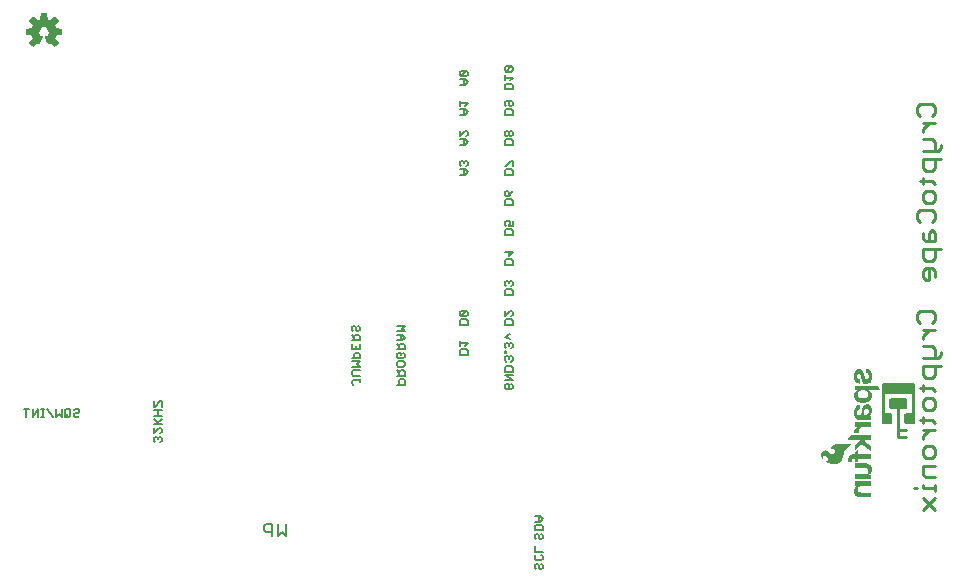
<source format=gbr>
G04 EAGLE Gerber RS-274X export*
G75*
%MOMM*%
%FSLAX34Y34*%
%LPD*%
%INSilkscreen Bottom*%
%IPPOS*%
%AMOC8*
5,1,8,0,0,1.08239X$1,22.5*%
G01*
%ADD10C,0.127000*%
%ADD11C,0.203200*%
%ADD12C,0.254000*%
%ADD13C,0.279400*%

G36*
X812410Y182388D02*
X812410Y182388D01*
X812529Y182395D01*
X812567Y182408D01*
X812608Y182413D01*
X812718Y182456D01*
X812831Y182493D01*
X812866Y182515D01*
X812903Y182530D01*
X812999Y182600D01*
X813100Y182663D01*
X813128Y182693D01*
X813161Y182716D01*
X813237Y182808D01*
X813318Y182895D01*
X813338Y182930D01*
X813363Y182961D01*
X813414Y183069D01*
X813472Y183173D01*
X813482Y183213D01*
X813499Y183249D01*
X813521Y183366D01*
X813551Y183481D01*
X813555Y183542D01*
X813559Y183562D01*
X813557Y183582D01*
X813561Y183642D01*
X813561Y189992D01*
X813546Y190110D01*
X813539Y190229D01*
X813526Y190267D01*
X813521Y190308D01*
X813478Y190418D01*
X813441Y190531D01*
X813419Y190566D01*
X813404Y190603D01*
X813335Y190699D01*
X813271Y190800D01*
X813241Y190828D01*
X813218Y190861D01*
X813126Y190937D01*
X813039Y191018D01*
X813004Y191038D01*
X812973Y191063D01*
X812865Y191114D01*
X812761Y191172D01*
X812721Y191182D01*
X812685Y191199D01*
X812568Y191221D01*
X812453Y191251D01*
X812393Y191255D01*
X812373Y191259D01*
X812352Y191257D01*
X812292Y191261D01*
X807211Y191261D01*
X807211Y207773D01*
X830073Y207773D01*
X830073Y191261D01*
X824992Y191261D01*
X824874Y191246D01*
X824755Y191239D01*
X824717Y191226D01*
X824676Y191221D01*
X824566Y191178D01*
X824453Y191141D01*
X824418Y191119D01*
X824381Y191104D01*
X824285Y191035D01*
X824184Y190971D01*
X824156Y190941D01*
X824123Y190918D01*
X824048Y190826D01*
X823966Y190739D01*
X823946Y190704D01*
X823921Y190673D01*
X823870Y190565D01*
X823812Y190461D01*
X823802Y190421D01*
X823785Y190385D01*
X823763Y190268D01*
X823733Y190153D01*
X823729Y190093D01*
X823725Y190073D01*
X823726Y190070D01*
X823725Y190069D01*
X823726Y190050D01*
X823723Y189992D01*
X823723Y183642D01*
X823738Y183524D01*
X823745Y183405D01*
X823758Y183367D01*
X823763Y183326D01*
X823806Y183216D01*
X823843Y183103D01*
X823865Y183068D01*
X823880Y183031D01*
X823950Y182935D01*
X824013Y182834D01*
X824043Y182806D01*
X824066Y182773D01*
X824158Y182698D01*
X824245Y182616D01*
X824280Y182596D01*
X824311Y182571D01*
X824419Y182520D01*
X824523Y182462D01*
X824563Y182452D01*
X824599Y182435D01*
X824716Y182413D01*
X824831Y182383D01*
X824892Y182379D01*
X824912Y182375D01*
X824932Y182377D01*
X824992Y182373D01*
X831342Y182373D01*
X831460Y182388D01*
X831579Y182395D01*
X831617Y182408D01*
X831658Y182413D01*
X831768Y182456D01*
X831881Y182493D01*
X831916Y182515D01*
X831953Y182530D01*
X832049Y182600D01*
X832150Y182663D01*
X832178Y182693D01*
X832211Y182716D01*
X832287Y182808D01*
X832368Y182895D01*
X832388Y182930D01*
X832413Y182961D01*
X832464Y183069D01*
X832522Y183173D01*
X832532Y183213D01*
X832549Y183249D01*
X832571Y183366D01*
X832601Y183481D01*
X832605Y183542D01*
X832609Y183562D01*
X832607Y183582D01*
X832611Y183642D01*
X832611Y215392D01*
X832596Y215510D01*
X832589Y215629D01*
X832576Y215667D01*
X832571Y215708D01*
X832528Y215818D01*
X832491Y215931D01*
X832469Y215966D01*
X832454Y216003D01*
X832385Y216099D01*
X832321Y216200D01*
X832291Y216228D01*
X832268Y216261D01*
X832176Y216337D01*
X832089Y216418D01*
X832054Y216438D01*
X832023Y216463D01*
X831915Y216514D01*
X831811Y216572D01*
X831771Y216582D01*
X831735Y216599D01*
X831618Y216621D01*
X831503Y216651D01*
X831443Y216655D01*
X831423Y216659D01*
X831402Y216657D01*
X831342Y216661D01*
X805942Y216661D01*
X805824Y216646D01*
X805705Y216639D01*
X805667Y216626D01*
X805626Y216621D01*
X805516Y216578D01*
X805403Y216541D01*
X805368Y216519D01*
X805331Y216504D01*
X805235Y216435D01*
X805134Y216371D01*
X805106Y216341D01*
X805073Y216318D01*
X804998Y216226D01*
X804916Y216139D01*
X804896Y216104D01*
X804871Y216073D01*
X804820Y215965D01*
X804762Y215861D01*
X804752Y215821D01*
X804735Y215785D01*
X804713Y215668D01*
X804703Y215629D01*
X804683Y215553D01*
X804679Y215492D01*
X804675Y215473D01*
X804676Y215470D01*
X804675Y215469D01*
X804676Y215450D01*
X804673Y215392D01*
X804673Y183642D01*
X804688Y183524D01*
X804695Y183405D01*
X804708Y183367D01*
X804713Y183326D01*
X804756Y183216D01*
X804793Y183103D01*
X804815Y183068D01*
X804830Y183031D01*
X804900Y182935D01*
X804963Y182834D01*
X804993Y182806D01*
X805016Y182773D01*
X805108Y182698D01*
X805195Y182616D01*
X805230Y182596D01*
X805261Y182571D01*
X805369Y182520D01*
X805473Y182462D01*
X805513Y182452D01*
X805549Y182435D01*
X805666Y182413D01*
X805781Y182383D01*
X805842Y182379D01*
X805862Y182375D01*
X805882Y182377D01*
X805942Y182373D01*
X812292Y182373D01*
X812410Y182388D01*
G37*
G36*
X104570Y501796D02*
X104570Y501796D01*
X104678Y501806D01*
X104691Y501812D01*
X104705Y501814D01*
X104802Y501862D01*
X104901Y501907D01*
X104914Y501918D01*
X104923Y501922D01*
X104938Y501938D01*
X105015Y502000D01*
X107600Y504585D01*
X107663Y504674D01*
X107729Y504759D01*
X107734Y504772D01*
X107742Y504784D01*
X107773Y504887D01*
X107809Y504990D01*
X107809Y505004D01*
X107813Y505017D01*
X107809Y505125D01*
X107810Y505234D01*
X107805Y505247D01*
X107805Y505261D01*
X107767Y505363D01*
X107732Y505465D01*
X107723Y505480D01*
X107719Y505489D01*
X107705Y505506D01*
X107651Y505588D01*
X104887Y508978D01*
X105444Y510060D01*
X105450Y510080D01*
X105492Y510175D01*
X105863Y511334D01*
X110214Y511777D01*
X110318Y511805D01*
X110424Y511830D01*
X110436Y511837D01*
X110449Y511840D01*
X110539Y511901D01*
X110632Y511958D01*
X110640Y511969D01*
X110652Y511977D01*
X110718Y512063D01*
X110787Y512147D01*
X110791Y512160D01*
X110800Y512171D01*
X110834Y512274D01*
X110873Y512375D01*
X110874Y512393D01*
X110878Y512402D01*
X110878Y512424D01*
X110887Y512522D01*
X110887Y516178D01*
X110870Y516285D01*
X110856Y516393D01*
X110850Y516405D01*
X110848Y516419D01*
X110796Y516515D01*
X110749Y516612D01*
X110739Y516622D01*
X110733Y516634D01*
X110653Y516708D01*
X110577Y516785D01*
X110565Y516791D01*
X110555Y516801D01*
X110456Y516846D01*
X110359Y516894D01*
X110341Y516898D01*
X110332Y516902D01*
X110311Y516904D01*
X110214Y516923D01*
X105863Y517366D01*
X105492Y518525D01*
X105483Y518543D01*
X105481Y518550D01*
X105477Y518557D01*
X105444Y518640D01*
X104887Y519722D01*
X107651Y523112D01*
X107705Y523206D01*
X107762Y523298D01*
X107765Y523311D01*
X107772Y523323D01*
X107793Y523430D01*
X107818Y523535D01*
X107816Y523549D01*
X107819Y523563D01*
X107804Y523670D01*
X107794Y523778D01*
X107788Y523791D01*
X107786Y523805D01*
X107738Y523902D01*
X107693Y524001D01*
X107682Y524014D01*
X107678Y524023D01*
X107662Y524038D01*
X107600Y524115D01*
X105015Y526700D01*
X104926Y526763D01*
X104841Y526829D01*
X104828Y526834D01*
X104816Y526842D01*
X104713Y526873D01*
X104610Y526909D01*
X104596Y526909D01*
X104583Y526913D01*
X104475Y526909D01*
X104366Y526910D01*
X104353Y526905D01*
X104339Y526905D01*
X104237Y526867D01*
X104135Y526832D01*
X104120Y526823D01*
X104111Y526819D01*
X104094Y526805D01*
X104012Y526751D01*
X100622Y523987D01*
X99540Y524544D01*
X99520Y524550D01*
X99425Y524592D01*
X98266Y524963D01*
X97823Y529314D01*
X97795Y529418D01*
X97770Y529524D01*
X97763Y529536D01*
X97760Y529549D01*
X97699Y529639D01*
X97642Y529732D01*
X97631Y529740D01*
X97623Y529752D01*
X97537Y529818D01*
X97453Y529887D01*
X97440Y529891D01*
X97429Y529900D01*
X97326Y529934D01*
X97225Y529973D01*
X97207Y529974D01*
X97198Y529978D01*
X97176Y529978D01*
X97078Y529987D01*
X93422Y529987D01*
X93315Y529970D01*
X93207Y529956D01*
X93195Y529950D01*
X93181Y529948D01*
X93085Y529896D01*
X92988Y529849D01*
X92978Y529839D01*
X92966Y529833D01*
X92892Y529753D01*
X92815Y529677D01*
X92809Y529665D01*
X92799Y529655D01*
X92754Y529556D01*
X92706Y529459D01*
X92702Y529441D01*
X92698Y529432D01*
X92696Y529411D01*
X92677Y529314D01*
X92234Y524963D01*
X91075Y524592D01*
X91057Y524582D01*
X90960Y524544D01*
X89878Y523987D01*
X86488Y526751D01*
X86394Y526805D01*
X86302Y526862D01*
X86289Y526865D01*
X86277Y526872D01*
X86170Y526893D01*
X86065Y526918D01*
X86051Y526916D01*
X86037Y526919D01*
X85930Y526904D01*
X85822Y526894D01*
X85809Y526888D01*
X85796Y526886D01*
X85698Y526838D01*
X85599Y526793D01*
X85586Y526782D01*
X85577Y526778D01*
X85562Y526762D01*
X85485Y526700D01*
X82900Y524115D01*
X82837Y524026D01*
X82771Y523941D01*
X82766Y523928D01*
X82758Y523916D01*
X82727Y523813D01*
X82691Y523710D01*
X82691Y523696D01*
X82687Y523683D01*
X82691Y523575D01*
X82690Y523466D01*
X82695Y523453D01*
X82695Y523439D01*
X82733Y523337D01*
X82768Y523235D01*
X82777Y523220D01*
X82781Y523211D01*
X82795Y523194D01*
X82849Y523112D01*
X85613Y519722D01*
X85056Y518640D01*
X85050Y518620D01*
X85008Y518525D01*
X84637Y517366D01*
X80286Y516923D01*
X80182Y516895D01*
X80076Y516870D01*
X80064Y516863D01*
X80051Y516860D01*
X79961Y516799D01*
X79868Y516742D01*
X79860Y516731D01*
X79848Y516723D01*
X79782Y516637D01*
X79714Y516553D01*
X79709Y516540D01*
X79700Y516529D01*
X79666Y516426D01*
X79627Y516325D01*
X79626Y516307D01*
X79622Y516298D01*
X79623Y516276D01*
X79613Y516178D01*
X79613Y512522D01*
X79630Y512415D01*
X79644Y512307D01*
X79650Y512295D01*
X79652Y512281D01*
X79704Y512185D01*
X79751Y512088D01*
X79761Y512078D01*
X79767Y512066D01*
X79847Y511992D01*
X79923Y511915D01*
X79935Y511909D01*
X79946Y511899D01*
X80044Y511854D01*
X80141Y511806D01*
X80159Y511802D01*
X80168Y511798D01*
X80189Y511796D01*
X80286Y511777D01*
X84637Y511334D01*
X85008Y510175D01*
X85018Y510157D01*
X85056Y510060D01*
X85613Y508978D01*
X82849Y505588D01*
X82795Y505494D01*
X82738Y505402D01*
X82735Y505389D01*
X82728Y505377D01*
X82707Y505270D01*
X82682Y505165D01*
X82684Y505151D01*
X82681Y505137D01*
X82696Y505030D01*
X82706Y504922D01*
X82712Y504909D01*
X82714Y504896D01*
X82762Y504798D01*
X82807Y504699D01*
X82818Y504686D01*
X82822Y504677D01*
X82838Y504662D01*
X82900Y504585D01*
X85485Y502000D01*
X85574Y501937D01*
X85659Y501871D01*
X85672Y501866D01*
X85684Y501858D01*
X85787Y501827D01*
X85890Y501791D01*
X85904Y501791D01*
X85917Y501787D01*
X86025Y501791D01*
X86134Y501790D01*
X86147Y501795D01*
X86161Y501795D01*
X86263Y501833D01*
X86365Y501868D01*
X86380Y501877D01*
X86389Y501881D01*
X86406Y501895D01*
X86488Y501949D01*
X89878Y504713D01*
X90960Y504156D01*
X91013Y504139D01*
X91062Y504113D01*
X91128Y504102D01*
X91192Y504081D01*
X91248Y504082D01*
X91302Y504073D01*
X91369Y504084D01*
X91436Y504085D01*
X91488Y504103D01*
X91543Y504112D01*
X91603Y504144D01*
X91666Y504167D01*
X91709Y504201D01*
X91759Y504227D01*
X91805Y504276D01*
X91857Y504318D01*
X91888Y504365D01*
X91926Y504405D01*
X91982Y504510D01*
X91990Y504523D01*
X91991Y504528D01*
X91995Y504535D01*
X94148Y509732D01*
X94168Y509815D01*
X94173Y509828D01*
X94175Y509844D01*
X94200Y509929D01*
X94199Y509950D01*
X94204Y509970D01*
X94196Y510052D01*
X94197Y510071D01*
X94193Y510091D01*
X94189Y510172D01*
X94182Y510192D01*
X94180Y510213D01*
X94148Y510282D01*
X94142Y510309D01*
X94127Y510333D01*
X94101Y510400D01*
X94088Y510416D01*
X94079Y510435D01*
X94034Y510484D01*
X94014Y510516D01*
X93983Y510541D01*
X93945Y510587D01*
X93922Y510603D01*
X93912Y510613D01*
X93891Y510625D01*
X93826Y510670D01*
X93825Y510671D01*
X93824Y510672D01*
X92925Y511178D01*
X92238Y511822D01*
X91723Y512610D01*
X91411Y513498D01*
X91319Y514435D01*
X91452Y515367D01*
X91803Y516241D01*
X92352Y517006D01*
X93066Y517619D01*
X93906Y518044D01*
X94823Y518258D01*
X95764Y518248D01*
X96676Y518014D01*
X97506Y517571D01*
X98207Y516942D01*
X98739Y516165D01*
X99070Y515284D01*
X99183Y514349D01*
X99075Y513432D01*
X98755Y512564D01*
X98241Y511795D01*
X97562Y511168D01*
X96678Y510673D01*
X96636Y510640D01*
X96594Y510617D01*
X96563Y510584D01*
X96515Y510549D01*
X96503Y510533D01*
X96487Y510520D01*
X96452Y510465D01*
X96427Y510439D01*
X96414Y510409D01*
X96372Y510351D01*
X96366Y510332D01*
X96356Y510315D01*
X96337Y510240D01*
X96327Y510217D01*
X96324Y510193D01*
X96301Y510118D01*
X96302Y510098D01*
X96297Y510078D01*
X96304Y509992D01*
X96303Y509974D01*
X96306Y509958D01*
X96309Y509874D01*
X96317Y509849D01*
X96318Y509835D01*
X96328Y509813D01*
X96352Y509732D01*
X97281Y507489D01*
X97281Y507488D01*
X98212Y505241D01*
X98213Y505241D01*
X98505Y504535D01*
X98534Y504488D01*
X98555Y504436D01*
X98598Y504385D01*
X98634Y504328D01*
X98677Y504293D01*
X98713Y504250D01*
X98770Y504216D01*
X98822Y504173D01*
X98874Y504154D01*
X98922Y504125D01*
X98988Y504111D01*
X99051Y504087D01*
X99106Y504085D01*
X99160Y504074D01*
X99227Y504081D01*
X99294Y504079D01*
X99348Y504095D01*
X99403Y504102D01*
X99514Y504146D01*
X99528Y504150D01*
X99532Y504153D01*
X99540Y504156D01*
X100622Y504713D01*
X104012Y501949D01*
X104106Y501895D01*
X104198Y501838D01*
X104211Y501835D01*
X104223Y501828D01*
X104330Y501807D01*
X104435Y501782D01*
X104449Y501784D01*
X104463Y501781D01*
X104570Y501796D01*
G37*
G36*
X764680Y148175D02*
X764680Y148175D01*
X764681Y148176D01*
X764681Y148175D01*
X766481Y148675D01*
X766482Y148676D01*
X768282Y149676D01*
X768283Y149676D01*
X769183Y150376D01*
X769183Y150377D01*
X769184Y150376D01*
X769984Y151176D01*
X769984Y151177D01*
X770684Y151977D01*
X771284Y152977D01*
X771284Y152978D01*
X771285Y152978D01*
X771685Y153978D01*
X771685Y153979D01*
X771985Y155079D01*
X771986Y155085D01*
X771988Y155095D01*
X771989Y155105D01*
X771991Y155115D01*
X771993Y155125D01*
X771994Y155135D01*
X771996Y155145D01*
X771998Y155155D01*
X771999Y155165D01*
X772001Y155175D01*
X772002Y155185D01*
X772003Y155185D01*
X772004Y155195D01*
X772006Y155205D01*
X772007Y155214D01*
X772009Y155224D01*
X772011Y155234D01*
X772012Y155244D01*
X772014Y155254D01*
X772016Y155264D01*
X772017Y155274D01*
X772019Y155284D01*
X772021Y155294D01*
X772022Y155304D01*
X772024Y155314D01*
X772026Y155324D01*
X772027Y155334D01*
X772029Y155344D01*
X772031Y155354D01*
X772032Y155364D01*
X772034Y155373D01*
X772036Y155383D01*
X772037Y155393D01*
X772039Y155403D01*
X772041Y155413D01*
X772042Y155423D01*
X772044Y155433D01*
X772046Y155443D01*
X772047Y155453D01*
X772049Y155463D01*
X772051Y155473D01*
X772052Y155483D01*
X772054Y155493D01*
X772055Y155503D01*
X772056Y155503D01*
X772057Y155513D01*
X772059Y155523D01*
X772060Y155532D01*
X772062Y155542D01*
X772064Y155552D01*
X772065Y155562D01*
X772067Y155572D01*
X772069Y155582D01*
X772070Y155592D01*
X772072Y155602D01*
X772074Y155612D01*
X772075Y155622D01*
X772077Y155632D01*
X772079Y155642D01*
X772080Y155652D01*
X772082Y155662D01*
X772084Y155672D01*
X772085Y155682D01*
X772087Y155691D01*
X772089Y155701D01*
X772090Y155711D01*
X772092Y155721D01*
X772094Y155731D01*
X772095Y155741D01*
X772097Y155751D01*
X772099Y155761D01*
X772100Y155771D01*
X772102Y155781D01*
X772104Y155791D01*
X772105Y155801D01*
X772107Y155811D01*
X772108Y155821D01*
X772109Y155821D01*
X772110Y155831D01*
X772112Y155841D01*
X772113Y155850D01*
X772115Y155860D01*
X772117Y155870D01*
X772118Y155880D01*
X772120Y155890D01*
X772122Y155900D01*
X772123Y155910D01*
X772125Y155920D01*
X772127Y155930D01*
X772128Y155940D01*
X772130Y155950D01*
X772132Y155960D01*
X772133Y155970D01*
X772135Y155980D01*
X772137Y155990D01*
X772138Y156000D01*
X772140Y156009D01*
X772142Y156019D01*
X772143Y156029D01*
X772145Y156039D01*
X772147Y156049D01*
X772148Y156059D01*
X772150Y156069D01*
X772152Y156079D01*
X772153Y156089D01*
X772155Y156099D01*
X772157Y156109D01*
X772158Y156119D01*
X772160Y156129D01*
X772161Y156139D01*
X772162Y156139D01*
X772163Y156149D01*
X772165Y156159D01*
X772166Y156168D01*
X772168Y156178D01*
X772170Y156188D01*
X772171Y156198D01*
X772173Y156208D01*
X772175Y156218D01*
X772176Y156228D01*
X772178Y156238D01*
X772180Y156248D01*
X772181Y156258D01*
X772183Y156268D01*
X772185Y156278D01*
X772185Y156279D01*
X772185Y156280D01*
X772185Y158180D01*
X772186Y158186D01*
X772188Y158196D01*
X772189Y158206D01*
X772191Y158216D01*
X772193Y158226D01*
X772194Y158235D01*
X772194Y158236D01*
X772196Y158245D01*
X772198Y158255D01*
X772199Y158265D01*
X772201Y158275D01*
X772203Y158285D01*
X772204Y158295D01*
X772206Y158305D01*
X772208Y158315D01*
X772209Y158325D01*
X772211Y158335D01*
X772213Y158345D01*
X772214Y158355D01*
X772216Y158365D01*
X772217Y158375D01*
X772218Y158375D01*
X772217Y158375D01*
X772219Y158385D01*
X772221Y158394D01*
X772221Y158395D01*
X772222Y158404D01*
X772224Y158414D01*
X772226Y158424D01*
X772227Y158434D01*
X772229Y158444D01*
X772231Y158454D01*
X772232Y158464D01*
X772234Y158474D01*
X772236Y158484D01*
X772237Y158494D01*
X772239Y158504D01*
X772241Y158514D01*
X772242Y158524D01*
X772244Y158534D01*
X772246Y158544D01*
X772247Y158553D01*
X772247Y158554D01*
X772249Y158563D01*
X772251Y158573D01*
X772252Y158583D01*
X772254Y158593D01*
X772256Y158603D01*
X772257Y158613D01*
X772259Y158623D01*
X772261Y158633D01*
X772262Y158643D01*
X772264Y158653D01*
X772266Y158663D01*
X772267Y158673D01*
X772269Y158683D01*
X772270Y158693D01*
X772271Y158693D01*
X772270Y158693D01*
X772272Y158703D01*
X772274Y158712D01*
X772274Y158713D01*
X772275Y158722D01*
X772277Y158732D01*
X772279Y158742D01*
X772280Y158752D01*
X772282Y158762D01*
X772284Y158772D01*
X772285Y158778D01*
X772584Y159277D01*
X772984Y159777D01*
X773384Y160277D01*
X773983Y160776D01*
X773983Y160777D01*
X773984Y160776D01*
X775283Y162076D01*
X775983Y162576D01*
X775983Y162577D01*
X775984Y162576D01*
X776583Y163176D01*
X777183Y163676D01*
X777183Y163677D01*
X777184Y163676D01*
X777683Y164176D01*
X778083Y164476D01*
X778083Y164477D01*
X778084Y164476D01*
X778383Y164776D01*
X778683Y164976D01*
X778684Y164979D01*
X778685Y164980D01*
X778685Y165080D01*
X778681Y165085D01*
X778680Y165085D01*
X765880Y165085D01*
X765879Y165085D01*
X764079Y164885D01*
X764079Y164884D01*
X764078Y164885D01*
X763478Y164685D01*
X763478Y164684D01*
X762878Y164384D01*
X762877Y164384D01*
X762377Y164084D01*
X762377Y164083D01*
X762376Y164083D01*
X762076Y163583D01*
X761776Y163183D01*
X761776Y163182D01*
X761775Y163182D01*
X761375Y162182D01*
X761376Y162181D01*
X761375Y162181D01*
X761374Y162172D01*
X761372Y162162D01*
X761370Y162152D01*
X761369Y162142D01*
X761367Y162132D01*
X761365Y162122D01*
X761364Y162112D01*
X761362Y162102D01*
X761360Y162093D01*
X761360Y162092D01*
X761359Y162083D01*
X761357Y162073D01*
X761355Y162063D01*
X761354Y162053D01*
X761352Y162043D01*
X761350Y162033D01*
X761349Y162023D01*
X761347Y162013D01*
X761345Y162003D01*
X761344Y161993D01*
X761342Y161983D01*
X761341Y161973D01*
X761340Y161973D01*
X761341Y161973D01*
X761339Y161963D01*
X761337Y161953D01*
X761336Y161943D01*
X761334Y161934D01*
X761334Y161933D01*
X761332Y161924D01*
X761331Y161914D01*
X761329Y161904D01*
X761327Y161894D01*
X761326Y161884D01*
X761324Y161874D01*
X761322Y161864D01*
X761321Y161854D01*
X761319Y161844D01*
X761317Y161834D01*
X761316Y161824D01*
X761314Y161814D01*
X761312Y161804D01*
X761311Y161794D01*
X761309Y161784D01*
X761307Y161775D01*
X761307Y161774D01*
X761306Y161765D01*
X761304Y161755D01*
X761302Y161745D01*
X761301Y161735D01*
X761299Y161725D01*
X761297Y161715D01*
X761296Y161705D01*
X761294Y161695D01*
X761292Y161685D01*
X761291Y161675D01*
X761289Y161665D01*
X761288Y161655D01*
X761287Y161655D01*
X761288Y161655D01*
X761286Y161645D01*
X761284Y161635D01*
X761283Y161625D01*
X761281Y161616D01*
X761281Y161615D01*
X761279Y161606D01*
X761278Y161596D01*
X761276Y161586D01*
X761275Y161581D01*
X761275Y161580D01*
X761275Y160780D01*
X761276Y160779D01*
X761275Y160779D01*
X761375Y160379D01*
X761375Y160180D01*
X761376Y160179D01*
X761376Y160178D01*
X761476Y159978D01*
X761476Y159977D01*
X761478Y159977D01*
X761479Y159976D01*
X761480Y159975D01*
X761481Y159976D01*
X761482Y159975D01*
X761482Y159977D01*
X761484Y159976D01*
X761584Y160076D01*
X761584Y160078D01*
X761784Y160478D01*
X761785Y160478D01*
X761884Y160777D01*
X762084Y160976D01*
X762283Y161176D01*
X762582Y161376D01*
X762881Y161475D01*
X763179Y161475D01*
X763478Y161375D01*
X763877Y161176D01*
X764176Y160877D01*
X764376Y160578D01*
X764575Y160079D01*
X764675Y159580D01*
X764675Y158781D01*
X764475Y157982D01*
X764076Y157383D01*
X763578Y156984D01*
X762979Y156785D01*
X762281Y156785D01*
X761583Y157084D01*
X760783Y157784D01*
X759883Y158584D01*
X759083Y159284D01*
X759082Y159284D01*
X758182Y159784D01*
X758181Y159785D01*
X757281Y159985D01*
X757280Y159985D01*
X756480Y159985D01*
X756479Y159984D01*
X756478Y159985D01*
X755578Y159685D01*
X755578Y159684D01*
X755577Y159684D01*
X754877Y159184D01*
X754877Y159183D01*
X754876Y159183D01*
X754076Y158283D01*
X754076Y158282D01*
X753476Y157182D01*
X753476Y157181D01*
X753475Y157181D01*
X753275Y156081D01*
X753275Y156080D01*
X753275Y155080D01*
X753276Y155079D01*
X753275Y155078D01*
X753575Y154178D01*
X753875Y153378D01*
X753876Y153378D01*
X754176Y152778D01*
X754176Y152777D01*
X754476Y152377D01*
X754477Y152377D01*
X754476Y152376D01*
X754576Y152276D01*
X754578Y152276D01*
X754579Y152275D01*
X754581Y152276D01*
X754583Y152276D01*
X754583Y152278D01*
X754585Y152280D01*
X754585Y152580D01*
X754584Y152581D01*
X754585Y152582D01*
X754485Y152881D01*
X754485Y153179D01*
X754585Y153579D01*
X754586Y153585D01*
X754591Y153610D01*
X754596Y153634D01*
X754601Y153659D01*
X754606Y153684D01*
X754611Y153709D01*
X754616Y153734D01*
X754621Y153759D01*
X754626Y153783D01*
X754626Y153784D01*
X754631Y153808D01*
X754636Y153833D01*
X754641Y153858D01*
X754646Y153883D01*
X754651Y153908D01*
X754656Y153933D01*
X754661Y153957D01*
X754666Y153982D01*
X754670Y154007D01*
X754671Y154007D01*
X754675Y154032D01*
X754680Y154057D01*
X754685Y154078D01*
X754884Y154477D01*
X755184Y154876D01*
X755482Y155076D01*
X755782Y155175D01*
X755782Y155176D01*
X755982Y155275D01*
X756280Y155375D01*
X756578Y155275D01*
X756579Y155275D01*
X756978Y155175D01*
X757277Y154976D01*
X757278Y154976D01*
X757677Y154776D01*
X757976Y154477D01*
X758176Y154177D01*
X758476Y153777D01*
X758676Y153478D01*
X759075Y152679D01*
X759075Y151981D01*
X758976Y151682D01*
X758777Y151384D01*
X758478Y151285D01*
X758179Y151185D01*
X757380Y151185D01*
X757379Y151184D01*
X757378Y151185D01*
X757378Y151183D01*
X757375Y151181D01*
X757376Y151179D01*
X757376Y151178D01*
X757776Y150378D01*
X757777Y150377D01*
X757777Y150376D01*
X758677Y149576D01*
X758678Y149576D01*
X759878Y148876D01*
X759878Y148875D01*
X761278Y148375D01*
X761279Y148376D01*
X761279Y148375D01*
X762879Y148075D01*
X762880Y148076D01*
X762880Y148075D01*
X764680Y148175D01*
G37*
G36*
X788880Y200275D02*
X788880Y200275D01*
X790280Y200375D01*
X790281Y200375D01*
X791581Y200675D01*
X791581Y200676D01*
X791582Y200675D01*
X792782Y201175D01*
X792782Y201176D01*
X793882Y201776D01*
X793883Y201777D01*
X793884Y201776D01*
X794784Y202676D01*
X794784Y202677D01*
X795584Y203777D01*
X795584Y203778D01*
X795585Y203778D01*
X795985Y204978D01*
X795984Y204979D01*
X795985Y204979D01*
X796185Y206479D01*
X796184Y206480D01*
X796185Y206480D01*
X796185Y206481D01*
X795885Y208281D01*
X795884Y208281D01*
X795884Y208282D01*
X795584Y208882D01*
X795584Y208883D01*
X794984Y209883D01*
X794983Y209883D01*
X794983Y209884D01*
X793985Y210682D01*
X793985Y210775D01*
X804180Y210775D01*
X804181Y210776D01*
X804183Y210776D01*
X804183Y210778D01*
X804185Y210779D01*
X804183Y210781D01*
X804184Y210784D01*
X803284Y211683D01*
X802884Y212183D01*
X802084Y213183D01*
X802084Y213184D01*
X801184Y214083D01*
X800784Y214583D01*
X800781Y214584D01*
X800780Y214585D01*
X782280Y214585D01*
X782277Y214582D01*
X782275Y214581D01*
X782175Y214181D01*
X782075Y213681D01*
X782075Y213680D01*
X782075Y213181D01*
X781975Y212781D01*
X781875Y212281D01*
X781775Y211881D01*
X781575Y210881D01*
X781576Y210880D01*
X781578Y210875D01*
X781579Y210876D01*
X781580Y210875D01*
X783366Y210875D01*
X782877Y210484D01*
X782876Y210484D01*
X782476Y210084D01*
X782476Y210083D01*
X782076Y209583D01*
X781476Y208583D01*
X781476Y208581D01*
X781475Y208581D01*
X781275Y207381D01*
X781275Y207380D01*
X781275Y206680D01*
X781375Y205180D01*
X781376Y205179D01*
X781375Y205178D01*
X781875Y203778D01*
X781876Y203778D01*
X781876Y203777D01*
X782576Y202677D01*
X782577Y202677D01*
X782577Y202676D01*
X783577Y201776D01*
X784677Y201076D01*
X784678Y201076D01*
X784679Y201075D01*
X785979Y200675D01*
X787379Y200375D01*
X787380Y200375D01*
X788880Y200275D01*
X788880Y200275D01*
G37*
G36*
X795785Y185379D02*
X795785Y185379D01*
X795785Y185380D01*
X795785Y189280D01*
X795781Y189285D01*
X795780Y189285D01*
X795682Y189285D01*
X795584Y189384D01*
X795581Y189384D01*
X795580Y189385D01*
X795482Y189385D01*
X795384Y189484D01*
X795381Y189484D01*
X795380Y189485D01*
X795082Y189485D01*
X794984Y189584D01*
X794981Y189584D01*
X794980Y189585D01*
X794396Y189585D01*
X794683Y189776D01*
X794683Y189777D01*
X794684Y189777D01*
X794884Y190077D01*
X795084Y190276D01*
X795084Y190277D01*
X795284Y190577D01*
X795284Y190578D01*
X795285Y190578D01*
X795385Y190878D01*
X795584Y191177D01*
X795584Y191178D01*
X795585Y191178D01*
X795985Y192378D01*
X795984Y192379D01*
X795985Y192380D01*
X795985Y192679D01*
X796085Y192978D01*
X796084Y192979D01*
X796085Y192980D01*
X796085Y193379D01*
X796185Y193678D01*
X796184Y193679D01*
X796185Y193680D01*
X796185Y194780D01*
X796185Y194781D01*
X796085Y195280D01*
X796085Y195780D01*
X796084Y195781D01*
X796085Y195781D01*
X795985Y196181D01*
X795984Y196182D01*
X795985Y196182D01*
X795785Y196682D01*
X795784Y196682D01*
X795584Y197082D01*
X795584Y197083D01*
X795384Y197382D01*
X795184Y197782D01*
X795183Y197783D01*
X795184Y197784D01*
X794884Y198084D01*
X794883Y198084D01*
X794583Y198284D01*
X794183Y198584D01*
X793883Y198784D01*
X793882Y198784D01*
X793881Y198785D01*
X793382Y198885D01*
X792982Y199084D01*
X792981Y199084D01*
X792980Y199085D01*
X792480Y199085D01*
X791981Y199185D01*
X791980Y199184D01*
X791979Y199185D01*
X790879Y198985D01*
X790878Y198985D01*
X789978Y198685D01*
X789978Y198684D01*
X789278Y198284D01*
X789277Y198283D01*
X789276Y198283D01*
X788676Y197583D01*
X788676Y197582D01*
X788276Y196882D01*
X788275Y196882D01*
X787975Y196082D01*
X787975Y196081D01*
X787775Y195281D01*
X787475Y192581D01*
X787375Y191881D01*
X787175Y191181D01*
X786976Y190582D01*
X786676Y190083D01*
X786278Y189785D01*
X785181Y189785D01*
X784583Y190084D01*
X784484Y190184D01*
X784482Y190184D01*
X784284Y190284D01*
X783985Y190881D01*
X783985Y191080D01*
X783984Y191081D01*
X783984Y191082D01*
X783885Y191281D01*
X783885Y193079D01*
X784384Y194077D01*
X784783Y194476D01*
X784982Y194575D01*
X785282Y194675D01*
X785282Y194676D01*
X785481Y194775D01*
X785980Y194775D01*
X785985Y194779D01*
X785985Y194780D01*
X785985Y198680D01*
X785984Y198681D01*
X785981Y198685D01*
X785980Y198684D01*
X785979Y198685D01*
X784779Y198485D01*
X784779Y198484D01*
X784778Y198485D01*
X784178Y198285D01*
X784178Y198284D01*
X784177Y198284D01*
X783777Y197984D01*
X783277Y197684D01*
X782877Y197384D01*
X782877Y197383D01*
X782876Y197383D01*
X782576Y196983D01*
X781976Y195983D01*
X781976Y195982D01*
X781975Y195982D01*
X781775Y195482D01*
X781776Y195481D01*
X781775Y195481D01*
X781675Y194981D01*
X781475Y194382D01*
X781476Y194381D01*
X781475Y194381D01*
X781375Y193781D01*
X781275Y193281D01*
X781275Y193280D01*
X781275Y190980D01*
X781275Y190979D01*
X781375Y190480D01*
X781375Y189880D01*
X781375Y189879D01*
X781475Y189379D01*
X781476Y189379D01*
X781475Y189378D01*
X781675Y188879D01*
X781775Y188379D01*
X781776Y188379D01*
X781775Y188378D01*
X781975Y187878D01*
X781976Y187878D01*
X781976Y187877D01*
X782876Y186677D01*
X782877Y186677D01*
X782877Y186676D01*
X783277Y186376D01*
X783278Y186376D01*
X783678Y186176D01*
X783678Y186175D01*
X784178Y185975D01*
X784179Y185976D01*
X784179Y185975D01*
X784679Y185875D01*
X784680Y185875D01*
X793379Y185875D01*
X793578Y185776D01*
X793579Y185776D01*
X793580Y185775D01*
X794479Y185775D01*
X794678Y185676D01*
X794679Y185676D01*
X794680Y185675D01*
X794879Y185675D01*
X795078Y185576D01*
X795079Y185576D01*
X795080Y185575D01*
X795379Y185575D01*
X795577Y185476D01*
X795676Y185376D01*
X795679Y185376D01*
X795680Y185375D01*
X795780Y185375D01*
X795785Y185379D01*
G37*
G36*
X795781Y159076D02*
X795781Y159076D01*
X795784Y159077D01*
X795784Y159079D01*
X795785Y159080D01*
X795785Y163780D01*
X795783Y163782D01*
X795783Y163784D01*
X789488Y167681D01*
X790882Y169175D01*
X795780Y169175D01*
X795785Y169179D01*
X795785Y169180D01*
X795785Y173080D01*
X795781Y173085D01*
X795780Y173085D01*
X778380Y173085D01*
X778378Y173083D01*
X778376Y173082D01*
X776276Y169182D01*
X776276Y169181D01*
X776275Y169181D01*
X776276Y169179D01*
X776277Y169176D01*
X776279Y169176D01*
X776280Y169175D01*
X786668Y169175D01*
X781577Y164284D01*
X781576Y164281D01*
X781575Y164280D01*
X781575Y159680D01*
X781576Y159679D01*
X781576Y159677D01*
X781578Y159677D01*
X781579Y159675D01*
X781581Y159676D01*
X781582Y159677D01*
X781584Y159677D01*
X786781Y164974D01*
X795777Y159076D01*
X795779Y159076D01*
X795779Y159075D01*
X795781Y159076D01*
G37*
G36*
X825110Y195088D02*
X825110Y195088D01*
X825229Y195095D01*
X825267Y195108D01*
X825308Y195113D01*
X825418Y195156D01*
X825531Y195193D01*
X825566Y195215D01*
X825603Y195230D01*
X825699Y195300D01*
X825800Y195363D01*
X825828Y195393D01*
X825861Y195416D01*
X825937Y195508D01*
X826018Y195595D01*
X826038Y195630D01*
X826063Y195661D01*
X826114Y195769D01*
X826172Y195873D01*
X826182Y195913D01*
X826199Y195949D01*
X826221Y196066D01*
X826251Y196181D01*
X826255Y196242D01*
X826259Y196262D01*
X826257Y196282D01*
X826261Y196342D01*
X826261Y202692D01*
X826246Y202810D01*
X826239Y202929D01*
X826226Y202967D01*
X826221Y203008D01*
X826178Y203118D01*
X826141Y203231D01*
X826119Y203266D01*
X826104Y203303D01*
X826035Y203399D01*
X825971Y203500D01*
X825941Y203528D01*
X825918Y203561D01*
X825826Y203637D01*
X825739Y203718D01*
X825704Y203738D01*
X825673Y203763D01*
X825565Y203814D01*
X825461Y203872D01*
X825421Y203882D01*
X825385Y203899D01*
X825268Y203921D01*
X825153Y203951D01*
X825093Y203955D01*
X825073Y203959D01*
X825052Y203957D01*
X824992Y203961D01*
X812292Y203961D01*
X812174Y203946D01*
X812055Y203939D01*
X812017Y203926D01*
X811976Y203921D01*
X811866Y203878D01*
X811753Y203841D01*
X811718Y203819D01*
X811681Y203804D01*
X811585Y203735D01*
X811484Y203671D01*
X811456Y203641D01*
X811423Y203618D01*
X811348Y203526D01*
X811266Y203439D01*
X811246Y203404D01*
X811221Y203373D01*
X811170Y203265D01*
X811112Y203161D01*
X811102Y203121D01*
X811085Y203085D01*
X811063Y202968D01*
X811033Y202853D01*
X811029Y202793D01*
X811025Y202773D01*
X811026Y202770D01*
X811025Y202769D01*
X811026Y202750D01*
X811023Y202692D01*
X811023Y196342D01*
X811038Y196224D01*
X811045Y196105D01*
X811058Y196067D01*
X811063Y196026D01*
X811106Y195916D01*
X811143Y195803D01*
X811165Y195768D01*
X811180Y195731D01*
X811250Y195635D01*
X811313Y195534D01*
X811343Y195506D01*
X811366Y195473D01*
X811458Y195398D01*
X811545Y195316D01*
X811580Y195296D01*
X811611Y195271D01*
X811719Y195220D01*
X811823Y195162D01*
X811863Y195152D01*
X811899Y195135D01*
X812016Y195113D01*
X812131Y195083D01*
X812192Y195079D01*
X812212Y195075D01*
X812232Y195077D01*
X812292Y195073D01*
X824992Y195073D01*
X825110Y195088D01*
G37*
G36*
X795785Y120379D02*
X795785Y120379D01*
X795785Y120380D01*
X795785Y124280D01*
X795781Y124285D01*
X795780Y124285D01*
X787780Y124285D01*
X786981Y124385D01*
X786281Y124485D01*
X785682Y124585D01*
X785183Y124884D01*
X784784Y125183D01*
X784485Y125682D01*
X784385Y126181D01*
X784285Y126780D01*
X784385Y127579D01*
X784485Y128178D01*
X784784Y128677D01*
X785283Y129076D01*
X785782Y129376D01*
X786481Y129675D01*
X787381Y129775D01*
X795780Y129775D01*
X795785Y129779D01*
X795785Y129780D01*
X795785Y133680D01*
X795781Y133685D01*
X795780Y133685D01*
X781580Y133685D01*
X781575Y133681D01*
X781575Y133680D01*
X781575Y129980D01*
X781579Y129975D01*
X781580Y129975D01*
X783575Y129975D01*
X783575Y129883D01*
X782977Y129484D01*
X782976Y129484D01*
X782576Y129084D01*
X782576Y129083D01*
X782176Y128583D01*
X781776Y127983D01*
X781776Y127982D01*
X781775Y127982D01*
X781375Y126782D01*
X781376Y126781D01*
X781375Y126781D01*
X781275Y126181D01*
X781275Y126180D01*
X781275Y125580D01*
X781375Y124180D01*
X781376Y124179D01*
X781375Y124179D01*
X781675Y123079D01*
X781676Y123078D01*
X782176Y122178D01*
X782177Y122177D01*
X782176Y122176D01*
X782876Y121476D01*
X782877Y121476D01*
X783677Y120976D01*
X783678Y120976D01*
X783679Y120975D01*
X784679Y120675D01*
X785779Y120475D01*
X785780Y120475D01*
X787080Y120375D01*
X795780Y120375D01*
X795785Y120379D01*
G37*
G36*
X795785Y135779D02*
X795785Y135779D01*
X795785Y135780D01*
X795785Y139480D01*
X795781Y139485D01*
X795780Y139485D01*
X793785Y139485D01*
X793785Y139577D01*
X794383Y139976D01*
X794883Y140376D01*
X794883Y140377D01*
X794884Y140377D01*
X795284Y140877D01*
X795284Y140878D01*
X795584Y141478D01*
X795585Y141478D01*
X795785Y141978D01*
X795985Y142578D01*
X795985Y142579D01*
X796085Y143279D01*
X796185Y143879D01*
X796185Y143880D01*
X796085Y145280D01*
X796084Y145281D01*
X796085Y145282D01*
X795685Y146382D01*
X795684Y146382D01*
X795184Y147282D01*
X795184Y147283D01*
X794584Y147983D01*
X794583Y147983D01*
X794582Y147984D01*
X793682Y148484D01*
X793681Y148485D01*
X792681Y148785D01*
X791581Y148985D01*
X791580Y148985D01*
X781580Y148985D01*
X781575Y148981D01*
X781575Y148980D01*
X781575Y145180D01*
X781579Y145175D01*
X781580Y145175D01*
X789580Y145175D01*
X791179Y144975D01*
X791778Y144875D01*
X792177Y144576D01*
X792576Y144277D01*
X792875Y143778D01*
X792975Y143279D01*
X793075Y142680D01*
X792975Y141881D01*
X792875Y141282D01*
X792576Y140783D01*
X792177Y140384D01*
X791578Y140085D01*
X790879Y139785D01*
X790080Y139685D01*
X781580Y139685D01*
X781575Y139681D01*
X781575Y139680D01*
X781575Y135780D01*
X781579Y135775D01*
X781580Y135775D01*
X795780Y135775D01*
X795785Y135779D01*
G37*
G36*
X791180Y216176D02*
X791180Y216176D01*
X791181Y216175D01*
X792481Y216375D01*
X792481Y216376D01*
X792482Y216375D01*
X793582Y216775D01*
X793582Y216776D01*
X793583Y216776D01*
X794383Y217376D01*
X794383Y217377D01*
X794384Y217377D01*
X795084Y218177D01*
X795084Y218178D01*
X795584Y219178D01*
X795585Y219179D01*
X795885Y220279D01*
X796085Y221479D01*
X796085Y221480D01*
X796185Y222680D01*
X796085Y223880D01*
X796085Y223881D01*
X795885Y225081D01*
X795585Y226181D01*
X795584Y226182D01*
X795084Y227182D01*
X795084Y227183D01*
X794384Y227983D01*
X794383Y227983D01*
X794383Y227984D01*
X793483Y228684D01*
X793482Y228684D01*
X793482Y228685D01*
X792482Y229085D01*
X792481Y229084D01*
X792481Y229085D01*
X791181Y229285D01*
X791180Y229285D01*
X791175Y229281D01*
X791176Y229281D01*
X791175Y229280D01*
X791175Y225580D01*
X791179Y225575D01*
X791180Y225575D01*
X791779Y225575D01*
X792277Y225376D01*
X792676Y225076D01*
X792976Y224677D01*
X793275Y224278D01*
X793375Y223679D01*
X793475Y223179D01*
X793575Y222580D01*
X793475Y222181D01*
X793476Y222180D01*
X793475Y222180D01*
X793475Y221781D01*
X793375Y221382D01*
X793176Y220983D01*
X792876Y220583D01*
X792577Y220285D01*
X792179Y220185D01*
X791780Y220085D01*
X791382Y220185D01*
X790983Y220384D01*
X790684Y220783D01*
X790385Y221282D01*
X790185Y221881D01*
X789785Y223481D01*
X789585Y224481D01*
X789385Y225381D01*
X789384Y225381D01*
X789385Y225382D01*
X789085Y226182D01*
X788785Y226882D01*
X788784Y226882D01*
X788384Y227582D01*
X788384Y227583D01*
X787984Y228183D01*
X787983Y228183D01*
X787983Y228184D01*
X787383Y228584D01*
X787382Y228584D01*
X787382Y228585D01*
X786682Y228885D01*
X786681Y228884D01*
X786681Y228885D01*
X785781Y228985D01*
X785780Y228985D01*
X784580Y228885D01*
X784579Y228884D01*
X784578Y228885D01*
X783578Y228485D01*
X783578Y228484D01*
X783577Y228484D01*
X782777Y227784D01*
X782777Y227783D01*
X782776Y227783D01*
X782176Y227083D01*
X782176Y227082D01*
X781676Y226082D01*
X781676Y226081D01*
X781675Y226081D01*
X781475Y225081D01*
X781275Y223981D01*
X781275Y223980D01*
X781275Y221680D01*
X781275Y221679D01*
X781475Y220579D01*
X781775Y219579D01*
X781776Y219578D01*
X781775Y219578D01*
X782175Y218678D01*
X782176Y218678D01*
X782176Y218677D01*
X782776Y217877D01*
X782777Y217877D01*
X782777Y217876D01*
X783577Y217276D01*
X783578Y217276D01*
X784578Y216776D01*
X784579Y216776D01*
X784579Y216775D01*
X785779Y216575D01*
X785780Y216576D01*
X785785Y216579D01*
X785784Y216579D01*
X785785Y216580D01*
X785785Y220280D01*
X785782Y220284D01*
X785781Y220285D01*
X785281Y220385D01*
X784782Y220584D01*
X784484Y220784D01*
X784284Y221082D01*
X784085Y221482D01*
X783885Y221981D01*
X783885Y223679D01*
X783985Y223978D01*
X783985Y223979D01*
X784085Y224379D01*
X784184Y224677D01*
X784782Y225075D01*
X785179Y225075D01*
X785578Y224975D01*
X785976Y224676D01*
X786276Y224277D01*
X786575Y223678D01*
X786775Y223079D01*
X786875Y222279D01*
X787475Y219879D01*
X787675Y218979D01*
X787676Y218978D01*
X788476Y217578D01*
X788476Y217577D01*
X788976Y216977D01*
X788977Y216977D01*
X788977Y216976D01*
X789577Y216576D01*
X789578Y216576D01*
X789578Y216575D01*
X790278Y216275D01*
X790279Y216276D01*
X790279Y216275D01*
X791179Y216175D01*
X791180Y216176D01*
G37*
G36*
X779185Y149979D02*
X779185Y149979D01*
X779185Y149980D01*
X779185Y151679D01*
X779285Y152078D01*
X779484Y152477D01*
X779782Y152676D01*
X779981Y152775D01*
X780380Y152775D01*
X780381Y152776D01*
X780381Y152775D01*
X780781Y152875D01*
X781575Y152875D01*
X781575Y150180D01*
X781579Y150175D01*
X781580Y150175D01*
X784180Y150175D01*
X784185Y150179D01*
X784185Y150180D01*
X784185Y152875D01*
X795780Y152875D01*
X795785Y152879D01*
X795785Y152880D01*
X795785Y156680D01*
X795781Y156685D01*
X795780Y156685D01*
X784185Y156685D01*
X784185Y160580D01*
X784184Y160582D01*
X784183Y160584D01*
X784182Y160583D01*
X784181Y160585D01*
X784179Y160583D01*
X784176Y160583D01*
X783876Y160183D01*
X782276Y158584D01*
X782276Y158583D01*
X781976Y158184D01*
X781577Y157884D01*
X781577Y157882D01*
X781575Y157881D01*
X781576Y157881D01*
X781575Y157880D01*
X781575Y156685D01*
X779580Y156685D01*
X779579Y156684D01*
X779578Y156685D01*
X778778Y156385D01*
X778078Y156085D01*
X778078Y156084D01*
X778077Y156084D01*
X777477Y155584D01*
X777477Y155583D01*
X777476Y155583D01*
X776976Y154883D01*
X776976Y154882D01*
X776576Y154082D01*
X776575Y154081D01*
X776275Y153081D01*
X776276Y153081D01*
X776275Y153080D01*
X776275Y150180D01*
X776276Y150179D01*
X776276Y150178D01*
X776376Y149978D01*
X776379Y149977D01*
X776380Y149975D01*
X779180Y149975D01*
X779185Y149979D01*
G37*
G36*
X784985Y174579D02*
X784985Y174579D01*
X784985Y174580D01*
X784985Y174680D01*
X784984Y174681D01*
X784984Y174682D01*
X784885Y174881D01*
X784885Y175980D01*
X784985Y176979D01*
X785185Y177778D01*
X785584Y178477D01*
X786183Y178976D01*
X786882Y179375D01*
X787581Y179575D01*
X788481Y179775D01*
X795780Y179775D01*
X795785Y179779D01*
X795785Y179780D01*
X795785Y183680D01*
X795781Y183685D01*
X795780Y183685D01*
X782280Y183685D01*
X782276Y183682D01*
X782275Y183681D01*
X782175Y183181D01*
X782075Y182781D01*
X782076Y182780D01*
X782075Y182780D01*
X782075Y182281D01*
X781975Y181781D01*
X781875Y181381D01*
X781775Y180881D01*
X781675Y180381D01*
X781575Y179981D01*
X781576Y179980D01*
X781578Y179975D01*
X781579Y179976D01*
X781580Y179975D01*
X784261Y179975D01*
X783578Y179584D01*
X783577Y179584D01*
X783077Y179184D01*
X782477Y178684D01*
X782477Y178683D01*
X782476Y178683D01*
X782076Y178183D01*
X782076Y178182D01*
X781676Y177482D01*
X781675Y177482D01*
X781475Y176882D01*
X781475Y176881D01*
X781275Y176181D01*
X781275Y176180D01*
X781275Y174780D01*
X781277Y174778D01*
X781276Y174776D01*
X781375Y174678D01*
X781375Y174580D01*
X781379Y174575D01*
X781380Y174575D01*
X784980Y174575D01*
X784985Y174579D01*
G37*
%LPC*%
G36*
X787880Y204185D02*
X787880Y204185D01*
X787081Y204285D01*
X786282Y204585D01*
X785583Y204884D01*
X784984Y205383D01*
X784584Y205982D01*
X784285Y206681D01*
X784185Y207580D01*
X784285Y208379D01*
X784584Y209177D01*
X784984Y209677D01*
X785583Y210176D01*
X786282Y210475D01*
X787081Y210775D01*
X787880Y210875D01*
X789579Y210875D01*
X790379Y210675D01*
X791178Y210475D01*
X791877Y210176D01*
X792376Y209677D01*
X792876Y209078D01*
X793075Y208379D01*
X793175Y207480D01*
X793075Y206681D01*
X792875Y205882D01*
X792377Y205284D01*
X791877Y204884D01*
X791178Y204585D01*
X790379Y204285D01*
X789580Y204185D01*
X787880Y204185D01*
G37*
%LPD*%
%LPC*%
G36*
X788892Y189785D02*
X788892Y189785D01*
X789084Y189976D01*
X789084Y189979D01*
X789085Y189980D01*
X789085Y190179D01*
X789284Y190578D01*
X789284Y190579D01*
X789285Y190580D01*
X789285Y190779D01*
X789384Y190978D01*
X789384Y190979D01*
X789385Y190979D01*
X789384Y190980D01*
X789385Y190980D01*
X789385Y191379D01*
X789484Y191578D01*
X789484Y191579D01*
X789485Y191580D01*
X789485Y191779D01*
X789585Y192078D01*
X789584Y192079D01*
X789585Y192080D01*
X789585Y192479D01*
X789685Y192778D01*
X789684Y192779D01*
X789685Y192780D01*
X789685Y193179D01*
X789784Y193378D01*
X789784Y193379D01*
X789785Y193380D01*
X789785Y193579D01*
X789885Y193878D01*
X789984Y194077D01*
X790084Y194176D01*
X790084Y194178D01*
X790284Y194577D01*
X790384Y194676D01*
X790384Y194678D01*
X790484Y194876D01*
X791081Y195175D01*
X791280Y195175D01*
X791281Y195176D01*
X791282Y195176D01*
X791481Y195275D01*
X791979Y195275D01*
X792278Y195175D01*
X792279Y195176D01*
X792280Y195175D01*
X792479Y195175D01*
X792677Y195076D01*
X792776Y194976D01*
X792778Y194976D01*
X792976Y194876D01*
X793076Y194678D01*
X793077Y194677D01*
X793076Y194676D01*
X793176Y194577D01*
X793375Y194179D01*
X793375Y193980D01*
X793376Y193979D01*
X793376Y193978D01*
X793475Y193779D01*
X793475Y193580D01*
X793476Y193579D01*
X793476Y193578D01*
X793575Y193379D01*
X793575Y192881D01*
X793475Y192381D01*
X793475Y192380D01*
X793475Y191881D01*
X793276Y191482D01*
X793275Y191481D01*
X793175Y191082D01*
X792976Y190783D01*
X792777Y190584D01*
X792477Y190384D01*
X792476Y190384D01*
X792277Y190184D01*
X791978Y190085D01*
X791678Y189985D01*
X791678Y189984D01*
X791478Y189885D01*
X791179Y189785D01*
X788892Y189785D01*
G37*
%LPD*%
D10*
X193807Y167005D02*
X194951Y168149D01*
X194951Y170437D01*
X193807Y171581D01*
X192663Y171581D01*
X191519Y170437D01*
X191519Y169293D01*
X191519Y170437D02*
X190375Y171581D01*
X189231Y171581D01*
X188087Y170437D01*
X188087Y168149D01*
X189231Y167005D01*
X188087Y174489D02*
X188087Y179065D01*
X188087Y174489D02*
X192663Y179065D01*
X193807Y179065D01*
X194951Y177921D01*
X194951Y175633D01*
X193807Y174489D01*
X194951Y181973D02*
X188087Y181973D01*
X190375Y181973D02*
X194951Y186549D01*
X191519Y183117D02*
X188087Y186549D01*
X188087Y189457D02*
X194951Y189457D01*
X191519Y189457D02*
X191519Y194033D01*
X194951Y194033D02*
X188087Y194033D01*
X194951Y196942D02*
X194951Y201518D01*
X193807Y201518D01*
X189231Y196942D01*
X188087Y196942D01*
X188087Y201518D01*
X121663Y194951D02*
X120519Y193807D01*
X121663Y194951D02*
X123951Y194951D01*
X125095Y193807D01*
X125095Y192663D01*
X123951Y191519D01*
X121663Y191519D01*
X120519Y190375D01*
X120519Y189231D01*
X121663Y188087D01*
X123951Y188087D01*
X125095Y189231D01*
X117611Y189231D02*
X117611Y193807D01*
X116467Y194951D01*
X114179Y194951D01*
X113035Y193807D01*
X113035Y189231D01*
X114179Y188087D01*
X116467Y188087D01*
X117611Y189231D01*
X115323Y190375D02*
X113035Y188087D01*
X110127Y188087D02*
X110127Y194951D01*
X107839Y190375D02*
X110127Y188087D01*
X107839Y190375D02*
X105551Y188087D01*
X105551Y194951D01*
X102643Y188087D02*
X98067Y194951D01*
X95158Y188087D02*
X92870Y188087D01*
X94014Y188087D02*
X94014Y194951D01*
X95158Y194951D02*
X92870Y194951D01*
X90169Y194951D02*
X90169Y188087D01*
X85593Y188087D02*
X90169Y194951D01*
X85593Y194951D02*
X85593Y188087D01*
X80397Y188087D02*
X80397Y194951D01*
X82685Y194951D02*
X78109Y194951D01*
D11*
X300238Y98053D02*
X300238Y87376D01*
X296679Y90935D01*
X293120Y87376D01*
X293120Y98053D01*
X288544Y98053D02*
X288544Y87376D01*
X288544Y98053D02*
X283205Y98053D01*
X281426Y96274D01*
X281426Y92715D01*
X283205Y90935D01*
X288544Y90935D01*
D10*
X485267Y367801D02*
X492131Y367801D01*
X485267Y367801D02*
X485267Y371233D01*
X486411Y372377D01*
X490987Y372377D01*
X492131Y371233D01*
X492131Y367801D01*
X490987Y377573D02*
X492131Y379861D01*
X490987Y377573D02*
X488699Y375285D01*
X486411Y375285D01*
X485267Y376429D01*
X485267Y378717D01*
X486411Y379861D01*
X487555Y379861D01*
X488699Y378717D01*
X488699Y375285D01*
X492131Y342401D02*
X485267Y342401D01*
X485267Y345833D01*
X486411Y346977D01*
X490987Y346977D01*
X492131Y345833D01*
X492131Y342401D01*
X492131Y349885D02*
X492131Y354461D01*
X492131Y349885D02*
X488699Y349885D01*
X489843Y352173D01*
X489843Y353317D01*
X488699Y354461D01*
X486411Y354461D01*
X485267Y353317D01*
X485267Y351029D01*
X486411Y349885D01*
X485267Y317001D02*
X492131Y317001D01*
X485267Y317001D02*
X485267Y320433D01*
X486411Y321577D01*
X490987Y321577D01*
X492131Y320433D01*
X492131Y317001D01*
X492131Y327917D02*
X485267Y327917D01*
X488699Y324485D02*
X492131Y327917D01*
X488699Y329061D02*
X488699Y324485D01*
X492131Y291601D02*
X485267Y291601D01*
X485267Y295033D01*
X486411Y296177D01*
X490987Y296177D01*
X492131Y295033D01*
X492131Y291601D01*
X490987Y299085D02*
X492131Y300229D01*
X492131Y302517D01*
X490987Y303661D01*
X489843Y303661D01*
X488699Y302517D01*
X488699Y301373D01*
X488699Y302517D02*
X487555Y303661D01*
X486411Y303661D01*
X485267Y302517D01*
X485267Y300229D01*
X486411Y299085D01*
X485267Y266201D02*
X492131Y266201D01*
X485267Y266201D02*
X485267Y269633D01*
X486411Y270777D01*
X490987Y270777D01*
X492131Y269633D01*
X492131Y266201D01*
X485267Y273685D02*
X485267Y278261D01*
X485267Y273685D02*
X489843Y278261D01*
X490987Y278261D01*
X492131Y277117D01*
X492131Y274829D01*
X490987Y273685D01*
X492131Y236332D02*
X490987Y235188D01*
X492131Y236332D02*
X492131Y238620D01*
X490987Y239764D01*
X489843Y239764D01*
X488699Y238620D01*
X488699Y237476D01*
X488699Y238620D02*
X487555Y239764D01*
X486411Y239764D01*
X485267Y238620D01*
X485267Y236332D01*
X486411Y235188D01*
X486411Y242672D02*
X485267Y242672D01*
X486411Y242672D02*
X486411Y243816D01*
X485267Y243816D01*
X485267Y242672D01*
X490987Y246414D02*
X492131Y247558D01*
X492131Y249846D01*
X490987Y250990D01*
X489843Y250990D01*
X488699Y249846D01*
X488699Y248702D01*
X488699Y249846D02*
X487555Y250990D01*
X486411Y250990D01*
X485267Y249846D01*
X485267Y247558D01*
X486411Y246414D01*
X489843Y253898D02*
X485267Y256186D01*
X489843Y258474D01*
X490987Y216235D02*
X492131Y215091D01*
X492131Y212803D01*
X490987Y211659D01*
X486411Y211659D01*
X485267Y212803D01*
X485267Y215091D01*
X486411Y216235D01*
X488699Y216235D01*
X488699Y213947D01*
X485267Y219143D02*
X492131Y219143D01*
X485267Y223719D01*
X492131Y223719D01*
X492131Y226627D02*
X485267Y226627D01*
X485267Y230059D01*
X486411Y231203D01*
X490987Y231203D01*
X492131Y230059D01*
X492131Y226627D01*
X492131Y393201D02*
X485267Y393201D01*
X485267Y396633D01*
X486411Y397777D01*
X490987Y397777D01*
X492131Y396633D01*
X492131Y393201D01*
X492131Y400685D02*
X492131Y405261D01*
X490987Y405261D01*
X486411Y400685D01*
X485267Y400685D01*
X485267Y418601D02*
X492131Y418601D01*
X485267Y418601D02*
X485267Y422033D01*
X486411Y423177D01*
X490987Y423177D01*
X492131Y422033D01*
X492131Y418601D01*
X490987Y426085D02*
X492131Y427229D01*
X492131Y429517D01*
X490987Y430661D01*
X489843Y430661D01*
X488699Y429517D01*
X487555Y430661D01*
X486411Y430661D01*
X485267Y429517D01*
X485267Y427229D01*
X486411Y426085D01*
X487555Y426085D01*
X488699Y427229D01*
X489843Y426085D01*
X490987Y426085D01*
X488699Y427229D02*
X488699Y429517D01*
X492131Y444001D02*
X485267Y444001D01*
X485267Y447433D01*
X486411Y448577D01*
X490987Y448577D01*
X492131Y447433D01*
X492131Y444001D01*
X486411Y451485D02*
X485267Y452629D01*
X485267Y454917D01*
X486411Y456061D01*
X490987Y456061D01*
X492131Y454917D01*
X492131Y452629D01*
X490987Y451485D01*
X489843Y451485D01*
X488699Y452629D01*
X488699Y456061D01*
X492131Y465659D02*
X485267Y465659D01*
X485267Y469091D01*
X486411Y470235D01*
X490987Y470235D01*
X492131Y469091D01*
X492131Y465659D01*
X489843Y473143D02*
X492131Y475431D01*
X485267Y475431D01*
X485267Y473143D02*
X485267Y477719D01*
X486411Y480627D02*
X490987Y480627D01*
X492131Y481771D01*
X492131Y484059D01*
X490987Y485203D01*
X486411Y485203D01*
X485267Y484059D01*
X485267Y481771D01*
X486411Y480627D01*
X490987Y485203D01*
X451743Y469401D02*
X447167Y469401D01*
X451743Y469401D02*
X454031Y471689D01*
X451743Y473977D01*
X447167Y473977D01*
X450599Y473977D02*
X450599Y469401D01*
X448311Y476885D02*
X452887Y476885D01*
X454031Y478029D01*
X454031Y480317D01*
X452887Y481461D01*
X448311Y481461D01*
X447167Y480317D01*
X447167Y478029D01*
X448311Y476885D01*
X452887Y481461D01*
X451743Y444001D02*
X447167Y444001D01*
X451743Y444001D02*
X454031Y446289D01*
X451743Y448577D01*
X447167Y448577D01*
X450599Y448577D02*
X450599Y444001D01*
X451743Y451485D02*
X454031Y453773D01*
X447167Y453773D01*
X447167Y451485D02*
X447167Y456061D01*
X447167Y418601D02*
X451743Y418601D01*
X454031Y420889D01*
X451743Y423177D01*
X447167Y423177D01*
X450599Y423177D02*
X450599Y418601D01*
X447167Y426085D02*
X447167Y430661D01*
X447167Y426085D02*
X451743Y430661D01*
X452887Y430661D01*
X454031Y429517D01*
X454031Y427229D01*
X452887Y426085D01*
X451743Y393201D02*
X447167Y393201D01*
X451743Y393201D02*
X454031Y395489D01*
X451743Y397777D01*
X447167Y397777D01*
X450599Y397777D02*
X450599Y393201D01*
X452887Y400685D02*
X454031Y401829D01*
X454031Y404117D01*
X452887Y405261D01*
X451743Y405261D01*
X450599Y404117D01*
X450599Y402973D01*
X450599Y404117D02*
X449455Y405261D01*
X448311Y405261D01*
X447167Y404117D01*
X447167Y401829D01*
X448311Y400685D01*
X400691Y215740D02*
X393827Y215740D01*
X400691Y215740D02*
X400691Y219172D01*
X399547Y220316D01*
X397259Y220316D01*
X396115Y219172D01*
X396115Y215740D01*
X393827Y223225D02*
X400691Y223225D01*
X400691Y226657D01*
X399547Y227801D01*
X397259Y227801D01*
X396115Y226657D01*
X396115Y223225D01*
X396115Y225513D02*
X393827Y227801D01*
X400691Y231853D02*
X400691Y234141D01*
X400691Y231853D02*
X399547Y230709D01*
X394971Y230709D01*
X393827Y231853D01*
X393827Y234141D01*
X394971Y235285D01*
X399547Y235285D01*
X400691Y234141D01*
X400691Y241625D02*
X399547Y242769D01*
X400691Y241625D02*
X400691Y239337D01*
X399547Y238193D01*
X394971Y238193D01*
X393827Y239337D01*
X393827Y241625D01*
X394971Y242769D01*
X397259Y242769D01*
X397259Y240481D01*
X393827Y245677D02*
X400691Y245677D01*
X400691Y249109D01*
X399547Y250253D01*
X397259Y250253D01*
X396115Y249109D01*
X396115Y245677D01*
X396115Y247965D02*
X393827Y250253D01*
X393827Y253161D02*
X398403Y253161D01*
X400691Y255449D01*
X398403Y257737D01*
X393827Y257737D01*
X397259Y257737D02*
X397259Y253161D01*
X393827Y260645D02*
X400691Y260645D01*
X398403Y262933D01*
X400691Y265221D01*
X393827Y265221D01*
X355727Y216884D02*
X356871Y215740D01*
X355727Y216884D02*
X355727Y218028D01*
X356871Y219172D01*
X362591Y219172D01*
X362591Y218028D02*
X362591Y220316D01*
X362591Y223225D02*
X356871Y223225D01*
X355727Y224369D01*
X355727Y226657D01*
X356871Y227801D01*
X362591Y227801D01*
X362591Y230709D02*
X355727Y230709D01*
X360303Y232997D02*
X362591Y230709D01*
X360303Y232997D02*
X362591Y235285D01*
X355727Y235285D01*
X355727Y238193D02*
X362591Y238193D01*
X362591Y241625D01*
X361447Y242769D01*
X359159Y242769D01*
X358015Y241625D01*
X358015Y238193D01*
X362591Y245677D02*
X362591Y250253D01*
X362591Y245677D02*
X355727Y245677D01*
X355727Y250253D01*
X359159Y247965D02*
X359159Y245677D01*
X355727Y253161D02*
X362591Y253161D01*
X362591Y256593D01*
X361447Y257737D01*
X359159Y257737D01*
X358015Y256593D01*
X358015Y253161D01*
X358015Y255449D02*
X355727Y257737D01*
X362591Y264077D02*
X361447Y265221D01*
X362591Y264077D02*
X362591Y261789D01*
X361447Y260645D01*
X360303Y260645D01*
X359159Y261789D01*
X359159Y264077D01*
X358015Y265221D01*
X356871Y265221D01*
X355727Y264077D01*
X355727Y261789D01*
X356871Y260645D01*
X516387Y89235D02*
X517531Y88091D01*
X517531Y85803D01*
X516387Y84659D01*
X515243Y84659D01*
X514099Y85803D01*
X514099Y88091D01*
X512955Y89235D01*
X511811Y89235D01*
X510667Y88091D01*
X510667Y85803D01*
X511811Y84659D01*
X510667Y92143D02*
X517531Y92143D01*
X510667Y92143D02*
X510667Y95575D01*
X511811Y96719D01*
X516387Y96719D01*
X517531Y95575D01*
X517531Y92143D01*
X515243Y99627D02*
X510667Y99627D01*
X515243Y99627D02*
X517531Y101915D01*
X515243Y104203D01*
X510667Y104203D01*
X514099Y104203D02*
X514099Y99627D01*
X516387Y63835D02*
X517531Y62691D01*
X517531Y60403D01*
X516387Y59259D01*
X515243Y59259D01*
X514099Y60403D01*
X514099Y62691D01*
X512955Y63835D01*
X511811Y63835D01*
X510667Y62691D01*
X510667Y60403D01*
X511811Y59259D01*
X517531Y70175D02*
X516387Y71319D01*
X517531Y70175D02*
X517531Y67887D01*
X516387Y66743D01*
X511811Y66743D01*
X510667Y67887D01*
X510667Y70175D01*
X511811Y71319D01*
X510667Y74227D02*
X517531Y74227D01*
X510667Y74227D02*
X510667Y78803D01*
X454031Y240801D02*
X447167Y240801D01*
X447167Y244233D01*
X448311Y245377D01*
X452887Y245377D01*
X454031Y244233D01*
X454031Y240801D01*
X451743Y248285D02*
X454031Y250573D01*
X447167Y250573D01*
X447167Y248285D02*
X447167Y252861D01*
X447167Y266201D02*
X454031Y266201D01*
X447167Y266201D02*
X447167Y269633D01*
X448311Y270777D01*
X452887Y270777D01*
X454031Y269633D01*
X454031Y266201D01*
X452887Y273685D02*
X448311Y273685D01*
X452887Y273685D02*
X454031Y274829D01*
X454031Y277117D01*
X452887Y278261D01*
X448311Y278261D01*
X447167Y277117D01*
X447167Y274829D01*
X448311Y273685D01*
X452887Y278261D01*
D12*
X818642Y202692D02*
X818642Y177292D01*
X818642Y170942D01*
X818642Y177292D02*
X824992Y177292D01*
X824992Y170942D02*
X818642Y170942D01*
D13*
X837004Y268004D02*
X834504Y270504D01*
X834504Y275503D01*
X837004Y278003D01*
X847003Y278003D01*
X849503Y275503D01*
X849503Y270504D01*
X847003Y268004D01*
X849503Y261631D02*
X839504Y261631D01*
X844503Y261631D02*
X839504Y256632D01*
X839504Y254132D01*
X839504Y247988D02*
X847003Y247988D01*
X849503Y245489D01*
X849503Y237989D01*
X852003Y237989D02*
X839504Y237989D01*
X852003Y237989D02*
X854503Y240489D01*
X854503Y242989D01*
X854503Y231617D02*
X839504Y231617D01*
X839504Y224118D01*
X842004Y221618D01*
X847003Y221618D01*
X849503Y224118D01*
X849503Y231617D01*
X847003Y212746D02*
X837004Y212746D01*
X847003Y212746D02*
X849503Y210246D01*
X839504Y210246D02*
X839504Y215245D01*
X849503Y201831D02*
X849503Y196832D01*
X847003Y194332D01*
X842004Y194332D01*
X839504Y196832D01*
X839504Y201831D01*
X842004Y204331D01*
X847003Y204331D01*
X849503Y201831D01*
X847003Y185460D02*
X837004Y185460D01*
X847003Y185460D02*
X849503Y182960D01*
X839504Y182960D02*
X839504Y187959D01*
X839504Y177045D02*
X849503Y177045D01*
X844503Y177045D02*
X839504Y172045D01*
X839504Y169546D01*
X849503Y160902D02*
X849503Y155903D01*
X847003Y153403D01*
X842004Y153403D01*
X839504Y155903D01*
X839504Y160902D01*
X842004Y163402D01*
X847003Y163402D01*
X849503Y160902D01*
X849503Y147031D02*
X839504Y147031D01*
X839504Y139531D01*
X842004Y137031D01*
X849503Y137031D01*
X839504Y130659D02*
X839504Y128159D01*
X849503Y128159D01*
X849503Y130659D02*
X849503Y125659D01*
X834504Y128159D02*
X832004Y128159D01*
X839504Y119745D02*
X849503Y109745D01*
X839504Y109745D02*
X849503Y119745D01*
X837004Y443264D02*
X834504Y445764D01*
X834504Y450763D01*
X837004Y453263D01*
X847003Y453263D01*
X849503Y450763D01*
X849503Y445764D01*
X847003Y443264D01*
X849503Y436891D02*
X839504Y436891D01*
X844503Y436891D02*
X839504Y431892D01*
X839504Y429392D01*
X839504Y423248D02*
X847003Y423248D01*
X849503Y420749D01*
X849503Y413249D01*
X852003Y413249D02*
X839504Y413249D01*
X852003Y413249D02*
X854503Y415749D01*
X854503Y418249D01*
X854503Y406877D02*
X839504Y406877D01*
X839504Y399378D01*
X842004Y396878D01*
X847003Y396878D01*
X849503Y399378D01*
X849503Y406877D01*
X847003Y388006D02*
X837004Y388006D01*
X847003Y388006D02*
X849503Y385506D01*
X839504Y385506D02*
X839504Y390505D01*
X849503Y377091D02*
X849503Y372092D01*
X847003Y369592D01*
X842004Y369592D01*
X839504Y372092D01*
X839504Y377091D01*
X842004Y379591D01*
X847003Y379591D01*
X849503Y377091D01*
X834504Y355720D02*
X837004Y353220D01*
X834504Y355720D02*
X834504Y360720D01*
X837004Y363219D01*
X847003Y363219D01*
X849503Y360720D01*
X849503Y355720D01*
X847003Y353220D01*
X839504Y344348D02*
X839504Y339348D01*
X842004Y336849D01*
X849503Y336849D01*
X849503Y344348D01*
X847003Y346848D01*
X844503Y344348D01*
X844503Y336849D01*
X839504Y330476D02*
X854503Y330476D01*
X839504Y330476D02*
X839504Y322977D01*
X842004Y320477D01*
X847003Y320477D01*
X849503Y322977D01*
X849503Y330476D01*
X849503Y311605D02*
X849503Y306605D01*
X849503Y311605D02*
X847003Y314105D01*
X842004Y314105D01*
X839504Y311605D01*
X839504Y306605D01*
X842004Y304106D01*
X844503Y304106D01*
X844503Y314105D01*
M02*

</source>
